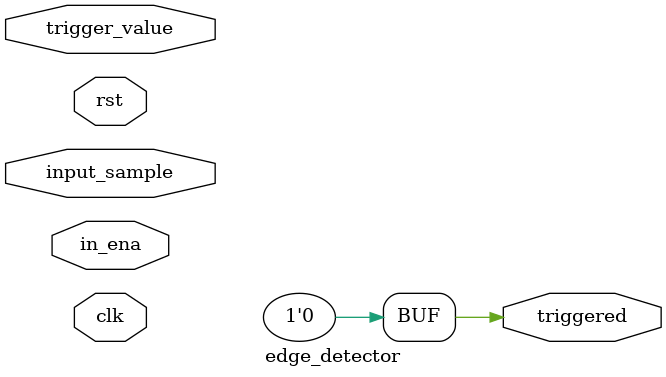
<source format=v>

/*
    Edge detector module

    This module detects when the input signal crosses a determinated value.
    It can be configured to detect positive and negative edges.
    The output is a single bit that becames one during one clock each time the
    crossing condition is met.

    Note #1:
    This module only detects the crossing. The logic involving the selection of
    the source of trigger belongs outside this module.

    Note #2:
    The current implementation (0.1) has a delay of 1 (ONE) sample, meaning that
    a crossing detection corresponds to a previous sample.

    IMPORTANT:
    Since at the moment (2017/07/19) the controlled enviroment for testbench is
    not developed, this was NOT TESTED!

    Authors:
                AD      Andres Demski
                AK      Ariel Kukulanski
                IP      Ivan Paunovic
                NC      Nahuel Carducci

    Version:
                Date            Number          Name            Modified by     Comment
                2017/07/19      0.1             Crossing        AK              First version. UNTESTED!

    ToDo:
                Date            Suggested by    Priority    Activity                Description
                2017/07/19      AK              High        TEST                    Make testbench!
                2017/07/19      AK              Low         Add complexity          Filter, avoid false detections due to noise

    Releases:   In development ...

*/
`timescale 1ns/1ps
module edge_detector  (
    input       clk,                // clock
    input       rst,                // asynchronous reset
    input [7:0] trigger_value,      // trigger value
    input [7:0] input_sample,       // input samples of the trigger source
    input       in_ena,             // sample available for read
    output      triggered=0         // trigger detected (delays ONE clock)
);
    parameter CLOCK_PERIOD_NS = 10;

    // Finite State Machine
    reg [1:0] state;            // State register
    localparam  searching=0,    // First condition not met: waiting for signal to be under (over) trigger value, when searching for positive (negative) edge
                validating=1;   // First contition met: signal under (over) trigger value, when searching for positive (negative) edge

     always @(posedge clk or posedge rst) begin
        triggered <= 1'b0;
        if (rst)
            state <= searching;
        else begin
            case (state)

                searching:
                    if(input_sample < trigger_value) state <= validating;

                validating:
                    if(input_sample >= trigger_value) begin
                        state <= searching;
                        triggered <= 1'b1;
                    end

                default:
                    state <= searching;
            endcase
        end
    end

`ifdef COCOTB_SIM
initial begin
  $dumpfile ("waveform.vcd");
  $dumpvars (0,edge_detector);
  #1;
end
`endif

endmodule

</source>
